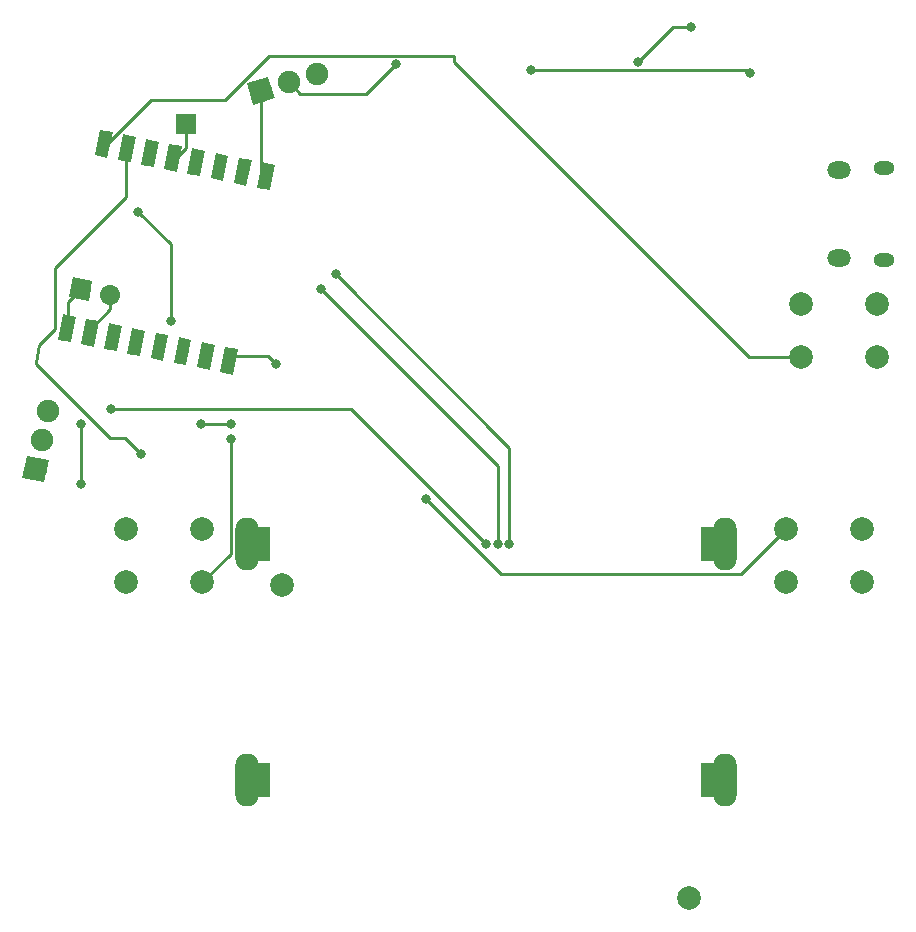
<source format=gbr>
G04 #@! TF.GenerationSoftware,KiCad,Pcbnew,(5.0.0-3-g5ebb6b6)*
G04 #@! TF.CreationDate,2019-03-29T08:56:02+01:00*
G04 #@! TF.ProjectId,Securityfest_2019_badge_beta,5365637572697479666573745F323031,rev?*
G04 #@! TF.SameCoordinates,Original*
G04 #@! TF.FileFunction,Copper,L2,Bot,Signal*
G04 #@! TF.FilePolarity,Positive*
%FSLAX46Y46*%
G04 Gerber Fmt 4.6, Leading zero omitted, Abs format (unit mm)*
G04 Created by KiCad (PCBNEW (5.0.0-3-g5ebb6b6)) date 2019 March 29, Friday 08:56:02*
%MOMM*%
%LPD*%
G01*
G04 APERTURE LIST*
G04 #@! TA.AperFunction,SMDPad,CuDef*
%ADD10C,1.100000*%
G04 #@! TD*
G04 #@! TA.AperFunction,Conductor*
%ADD11C,0.100000*%
G04 #@! TD*
G04 #@! TA.AperFunction,ComponentPad*
%ADD12C,2.000000*%
G04 #@! TD*
G04 #@! TA.AperFunction,ComponentPad*
%ADD13R,1.700000X1.700000*%
G04 #@! TD*
G04 #@! TA.AperFunction,ComponentPad*
%ADD14C,1.700000*%
G04 #@! TD*
G04 #@! TA.AperFunction,Conductor*
%ADD15C,1.700000*%
G04 #@! TD*
G04 #@! TA.AperFunction,ComponentPad*
%ADD16O,1.800000X1.150000*%
G04 #@! TD*
G04 #@! TA.AperFunction,ComponentPad*
%ADD17O,2.000000X1.450000*%
G04 #@! TD*
G04 #@! TA.AperFunction,ComponentPad*
%ADD18C,1.900000*%
G04 #@! TD*
G04 #@! TA.AperFunction,ViaPad*
%ADD19C,2.000000*%
G04 #@! TD*
G04 #@! TA.AperFunction,SMDPad,CuDef*
%ADD20R,1.500000X3.000000*%
G04 #@! TD*
G04 #@! TA.AperFunction,WasherPad*
%ADD21O,2.000000X4.500000*%
G04 #@! TD*
G04 #@! TA.AperFunction,ViaPad*
%ADD22C,0.800000*%
G04 #@! TD*
G04 #@! TA.AperFunction,Conductor*
%ADD23C,0.250000*%
G04 #@! TD*
G04 APERTURE END LIST*
D10*
G04 #@! TO.P,U4,1*
G04 #@! TO.N,Net-(SW3-Pad2)*
X120047580Y-56278496D03*
D11*
G04 #@! TD*
G04 #@! TO.N,Net-(SW3-Pad2)*
G04 #@! TO.C,U4*
G36*
X119723783Y-55092049D02*
X120802459Y-55307590D01*
X120371377Y-57464943D01*
X119292701Y-57249402D01*
X119723783Y-55092049D01*
X119723783Y-55092049D01*
G37*
D10*
G04 #@! TO.P,U4,2*
G04 #@! TO.N,Net-(R6-Pad1)*
X122008809Y-56670388D03*
D11*
G04 #@! TD*
G04 #@! TO.N,Net-(R6-Pad1)*
G04 #@! TO.C,U4*
G36*
X121685012Y-55483941D02*
X122763688Y-55699482D01*
X122332606Y-57856835D01*
X121253930Y-57641294D01*
X121685012Y-55483941D01*
X121685012Y-55483941D01*
G37*
D10*
G04 #@! TO.P,U4,3*
G04 #@! TO.N,Net-(R8-Pad1)*
X123970039Y-57062280D03*
D11*
G04 #@! TD*
G04 #@! TO.N,Net-(R8-Pad1)*
G04 #@! TO.C,U4*
G36*
X123646242Y-55875833D02*
X124724918Y-56091374D01*
X124293836Y-58248727D01*
X123215160Y-58033186D01*
X123646242Y-55875833D01*
X123646242Y-55875833D01*
G37*
D10*
G04 #@! TO.P,U4,4*
G04 #@! TO.N,Net-(J3-Pad1)*
X125931268Y-57454173D03*
D11*
G04 #@! TD*
G04 #@! TO.N,Net-(J3-Pad1)*
G04 #@! TO.C,U4*
G36*
X125607471Y-56267726D02*
X126686147Y-56483267D01*
X126255065Y-58640620D01*
X125176389Y-58425079D01*
X125607471Y-56267726D01*
X125607471Y-56267726D01*
G37*
D10*
G04 #@! TO.P,U4,5*
G04 #@! TO.N,Net-(R9-Pad1)*
X127892497Y-57846065D03*
D11*
G04 #@! TD*
G04 #@! TO.N,Net-(R9-Pad1)*
G04 #@! TO.C,U4*
G36*
X127568700Y-56659618D02*
X128647376Y-56875159D01*
X128216294Y-59032512D01*
X127137618Y-58816971D01*
X127568700Y-56659618D01*
X127568700Y-56659618D01*
G37*
D10*
G04 #@! TO.P,U4,6*
G04 #@! TO.N,Net-(R10-Pad1)*
X129853727Y-58237957D03*
D11*
G04 #@! TD*
G04 #@! TO.N,Net-(R10-Pad1)*
G04 #@! TO.C,U4*
G36*
X129529930Y-57051510D02*
X130608606Y-57267051D01*
X130177524Y-59424404D01*
X129098848Y-59208863D01*
X129529930Y-57051510D01*
X129529930Y-57051510D01*
G37*
D10*
G04 #@! TO.P,U4,7*
G04 #@! TO.N,Net-(R11-Pad1)*
X131814956Y-58629850D03*
D11*
G04 #@! TD*
G04 #@! TO.N,Net-(R11-Pad1)*
G04 #@! TO.C,U4*
G36*
X131491159Y-57443403D02*
X132569835Y-57658944D01*
X132138753Y-59816297D01*
X131060077Y-59600756D01*
X131491159Y-57443403D01*
X131491159Y-57443403D01*
G37*
D10*
G04 #@! TO.P,U4,8*
G04 #@! TO.N,+3V3*
X133776185Y-59021742D03*
D11*
G04 #@! TD*
G04 #@! TO.N,+3V3*
G04 #@! TO.C,U4*
G36*
X133452388Y-57835295D02*
X134531064Y-58050836D01*
X134099982Y-60208189D01*
X133021306Y-59992648D01*
X133452388Y-57835295D01*
X133452388Y-57835295D01*
G37*
D10*
G04 #@! TO.P,U4,15*
G04 #@! TO.N,GND*
X130656723Y-74633127D03*
D11*
G04 #@! TD*
G04 #@! TO.N,GND*
G04 #@! TO.C,U4*
G36*
X130332926Y-73446680D02*
X131411602Y-73662221D01*
X130980520Y-75819574D01*
X129901844Y-75604033D01*
X130332926Y-73446680D01*
X130332926Y-73446680D01*
G37*
D10*
G04 #@! TO.P,U4,16*
G04 #@! TO.N,Net-(R16-Pad2)*
X128695493Y-74241235D03*
D11*
G04 #@! TD*
G04 #@! TO.N,Net-(R16-Pad2)*
G04 #@! TO.C,U4*
G36*
X128371696Y-73054788D02*
X129450372Y-73270329D01*
X129019290Y-75427682D01*
X127940614Y-75212141D01*
X128371696Y-73054788D01*
X128371696Y-73054788D01*
G37*
D10*
G04 #@! TO.P,U4,17*
G04 #@! TO.N,Net-(R15-Pad2)*
X126734264Y-73849343D03*
D11*
G04 #@! TD*
G04 #@! TO.N,Net-(R15-Pad2)*
G04 #@! TO.C,U4*
G36*
X126410467Y-72662896D02*
X127489143Y-72878437D01*
X127058061Y-75035790D01*
X125979385Y-74820249D01*
X126410467Y-72662896D01*
X126410467Y-72662896D01*
G37*
D10*
G04 #@! TO.P,U4,18*
G04 #@! TO.N,Net-(R14-Pad2)*
X124773035Y-73457450D03*
D11*
G04 #@! TD*
G04 #@! TO.N,Net-(R14-Pad2)*
G04 #@! TO.C,U4*
G36*
X124449238Y-72271003D02*
X125527914Y-72486544D01*
X125096832Y-74643897D01*
X124018156Y-74428356D01*
X124449238Y-72271003D01*
X124449238Y-72271003D01*
G37*
D10*
G04 #@! TO.P,U4,19*
G04 #@! TO.N,Net-(R13-Pad2)*
X122811805Y-73065558D03*
D11*
G04 #@! TD*
G04 #@! TO.N,Net-(R13-Pad2)*
G04 #@! TO.C,U4*
G36*
X122488008Y-71879111D02*
X123566684Y-72094652D01*
X123135602Y-74252005D01*
X122056926Y-74036464D01*
X122488008Y-71879111D01*
X122488008Y-71879111D01*
G37*
D10*
G04 #@! TO.P,U4,20*
G04 #@! TO.N,Net-(R12-Pad2)*
X120850576Y-72673666D03*
D11*
G04 #@! TD*
G04 #@! TO.N,Net-(R12-Pad2)*
G04 #@! TO.C,U4*
G36*
X120526779Y-71487219D02*
X121605455Y-71702760D01*
X121174373Y-73860113D01*
X120095697Y-73644572D01*
X120526779Y-71487219D01*
X120526779Y-71487219D01*
G37*
D10*
G04 #@! TO.P,U4,21*
G04 #@! TO.N,Net-(J4-Pad2)*
X118889347Y-72281772D03*
D11*
G04 #@! TD*
G04 #@! TO.N,Net-(J4-Pad2)*
G04 #@! TO.C,U4*
G36*
X118565550Y-71095325D02*
X119644226Y-71310866D01*
X119213144Y-73468219D01*
X118134468Y-73252678D01*
X118565550Y-71095325D01*
X118565550Y-71095325D01*
G37*
D10*
G04 #@! TO.P,U4,22*
G04 #@! TO.N,Net-(J4-Pad1)*
X116928117Y-71889881D03*
D11*
G04 #@! TD*
G04 #@! TO.N,Net-(J4-Pad1)*
G04 #@! TO.C,U4*
G36*
X116604320Y-70703434D02*
X117682996Y-70918975D01*
X117251914Y-73076328D01*
X116173238Y-72860787D01*
X116604320Y-70703434D01*
X116604320Y-70703434D01*
G37*
D12*
G04 #@! TO.P,SW3,1*
G04 #@! TO.N,GND*
X185570000Y-69850000D03*
G04 #@! TO.P,SW3,2*
G04 #@! TO.N,Net-(SW3-Pad2)*
X185570000Y-74350000D03*
G04 #@! TO.P,SW3,1*
G04 #@! TO.N,GND*
X179070000Y-69850000D03*
G04 #@! TO.P,SW3,2*
G04 #@! TO.N,Net-(SW3-Pad2)*
X179070000Y-74350000D03*
G04 #@! TD*
D13*
G04 #@! TO.P,GPIO16,1*
G04 #@! TO.N,Net-(J3-Pad1)*
X127000000Y-54610000D03*
G04 #@! TD*
D14*
G04 #@! TO.P,TX/RX,1*
G04 #@! TO.N,Net-(J4-Pad1)*
X118110000Y-68580000D03*
D11*
G04 #@! TD*
G04 #@! TO.N,Net-(J4-Pad1)*
G04 #@! TO.C,TX/RX*
G36*
X117113429Y-69252195D02*
X117437805Y-67583429D01*
X119106571Y-67907805D01*
X118782195Y-69576571D01*
X117113429Y-69252195D01*
X117113429Y-69252195D01*
G37*
D14*
G04 #@! TO.P,TX/RX,2*
G04 #@! TO.N,Net-(J4-Pad2)*
X120603333Y-69064655D03*
D15*
G04 #@! TD*
G04 #@! TO.N,Net-(J4-Pad2)*
G04 #@! TO.C,TX/RX*
X120603333Y-69064655D02*
X120603333Y-69064655D01*
D16*
G04 #@! TO.P,J1,6*
G04 #@! TO.N,N/C*
X186100000Y-58355000D03*
X186100000Y-66105000D03*
D17*
X182300000Y-58505000D03*
X182300000Y-65955000D03*
G04 #@! TD*
D18*
G04 #@! TO.P,S1,1*
G04 #@! TO.N,+3V3*
X133350000Y-51800000D03*
D11*
G04 #@! TD*
G04 #@! TO.N,+3V3*
G04 #@! TO.C,S1*
G36*
X132719264Y-52986243D02*
X132163757Y-51169264D01*
X133980736Y-50613757D01*
X134536243Y-52430736D01*
X132719264Y-52986243D01*
X132719264Y-52986243D01*
G37*
D18*
G04 #@! TO.P,S1,2*
G04 #@! TO.N,/3.3V*
X135740762Y-51069071D03*
G04 #@! TO.P,S1,3*
G04 #@! TO.N,Net-(S1-Pad3)*
X138131524Y-50338141D03*
G04 #@! TD*
G04 #@! TO.P,S2,3*
G04 #@! TO.N,GND*
X115339558Y-78929262D03*
G04 #@! TO.P,S2,2*
G04 #@! TO.N,Net-(R14-Pad1)*
X114819779Y-81374631D03*
G04 #@! TO.P,S2,1*
G04 #@! TO.N,+3V3*
X114300000Y-83820000D03*
D11*
G04 #@! TD*
G04 #@! TO.N,+3V3*
G04 #@! TO.C,S2*
G36*
X115031724Y-84946756D02*
X113173244Y-84551724D01*
X113568276Y-82693244D01*
X115426756Y-83088276D01*
X115031724Y-84946756D01*
X115031724Y-84946756D01*
G37*
D12*
G04 #@! TO.P,SW1,1*
G04 #@! TO.N,Net-(R6-Pad1)*
X128420000Y-88900000D03*
G04 #@! TO.P,SW1,2*
G04 #@! TO.N,Net-(R4-Pad2)*
X128420000Y-93400000D03*
G04 #@! TO.P,SW1,1*
G04 #@! TO.N,Net-(R6-Pad1)*
X121920000Y-88900000D03*
G04 #@! TO.P,SW1,2*
G04 #@! TO.N,Net-(R4-Pad2)*
X121920000Y-93400000D03*
G04 #@! TD*
G04 #@! TO.P,SW2,2*
G04 #@! TO.N,Net-(R5-Pad2)*
X177800000Y-93400000D03*
G04 #@! TO.P,SW2,1*
G04 #@! TO.N,Net-(R6-Pad1)*
X177800000Y-88900000D03*
G04 #@! TO.P,SW2,2*
G04 #@! TO.N,Net-(R5-Pad2)*
X184300000Y-93400000D03*
G04 #@! TO.P,SW2,1*
G04 #@! TO.N,Net-(R6-Pad1)*
X184300000Y-88900000D03*
G04 #@! TD*
D19*
G04 #@! TO.N,*
G04 #@! TO.C,U3*
X169650000Y-120130000D03*
D20*
G04 #@! TD*
G04 #@! TO.P,U3,*
G04 #@! TO.N,*
X171400000Y-90130000D03*
G04 #@! TO.P,U3,*
G04 #@! TO.N,*
X171400000Y-110130000D03*
X133400000Y-110130000D03*
X133400000Y-90130000D03*
D21*
X172650000Y-110130000D03*
X132150000Y-110130000D03*
X172650000Y-90130000D03*
X132150000Y-90130000D03*
D19*
G04 #@! TD*
G04 #@! TO.N,*
G04 #@! TO.C,U3*
X135150000Y-93630000D03*
D22*
G04 #@! TO.N,Net-(C1-Pad2)*
X156210000Y-50065000D03*
X174767817Y-50307817D03*
G04 #@! TO.N,GND*
X134620000Y-74930000D03*
X130727263Y-74280106D03*
X165290000Y-49340000D03*
X169811067Y-46350934D03*
G04 #@! TO.N,/3.3V*
X144780000Y-49530000D03*
G04 #@! TO.N,+3V3*
X128270000Y-80010000D03*
X130810000Y-80010000D03*
X133705645Y-59374763D03*
X125730000Y-71259469D03*
X122974459Y-62038676D03*
G04 #@! TO.N,Net-(R4-Pad2)*
X130810000Y-81280000D03*
X128420000Y-93400000D03*
G04 #@! TO.N,Net-(R6-Pad1)*
X123190000Y-82550000D03*
X147320000Y-86360000D03*
X177800000Y-88900000D03*
G04 #@! TO.N,Net-(R8-Pad1)*
X123899498Y-57415302D03*
G04 #@! TO.N,Net-(R9-Pad1)*
X127821957Y-58199086D03*
G04 #@! TO.N,Net-(R10-Pad1)*
X129783186Y-58590979D03*
G04 #@! TO.N,Net-(R10-Pad2)*
X138430000Y-68580000D03*
X153400000Y-90130000D03*
G04 #@! TO.N,Net-(R11-Pad2)*
X139700000Y-67310000D03*
X154400000Y-90130000D03*
G04 #@! TO.N,Net-(R11-Pad1)*
X131744415Y-58982871D03*
G04 #@! TO.N,Net-(R12-Pad1)*
X120650000Y-78740000D03*
X152400000Y-90130000D03*
G04 #@! TO.N,Net-(R12-Pad2)*
X120921117Y-72320644D03*
G04 #@! TO.N,Net-(R13-Pad2)*
X122882346Y-72712537D03*
G04 #@! TO.N,Net-(R13-Pad1)*
X118110000Y-85090000D03*
X118110000Y-80010000D03*
G04 #@! TO.N,Net-(R14-Pad2)*
X124843575Y-73104429D03*
G04 #@! TO.N,Net-(R15-Pad2)*
X126804805Y-73496321D03*
G04 #@! TO.N,Net-(R16-Pad2)*
X128766034Y-73888214D03*
G04 #@! TO.N,Net-(SW3-Pad2)*
X179070000Y-74350000D03*
G04 #@! TD*
D23*
G04 #@! TO.N,Net-(C1-Pad2)*
X174525000Y-50065000D02*
X174767817Y-50307817D01*
X156210000Y-50065000D02*
X174525000Y-50065000D01*
G04 #@! TO.N,GND*
X133970106Y-74280106D02*
X130727263Y-74280106D01*
X134620000Y-74930000D02*
X133970106Y-74280106D01*
X168279066Y-46350934D02*
X169811067Y-46350934D01*
X166370000Y-48260000D02*
X168279066Y-46350934D01*
X166370000Y-48260000D02*
X165290000Y-49340000D01*
G04 #@! TO.N,/3.3V*
X136690761Y-52019070D02*
X142290930Y-52019070D01*
X142290930Y-52019070D02*
X144780000Y-49530000D01*
X135740762Y-51069071D02*
X136690761Y-52019070D01*
G04 #@! TO.N,Net-(J3-Pad1)*
X126325000Y-54610000D02*
X127000000Y-54610000D01*
X127000000Y-56667921D02*
X125860727Y-57807194D01*
X127000000Y-54610000D02*
X127000000Y-56667921D01*
G04 #@! TO.N,Net-(J4-Pad1)*
X116840000Y-71695518D02*
X116998658Y-71536860D01*
X116998658Y-69691342D02*
X118110000Y-68580000D01*
X116998658Y-71536860D02*
X116998658Y-69691342D01*
G04 #@! TO.N,Net-(J4-Pad2)*
X120603333Y-70285306D02*
X120603333Y-69064655D01*
X118959887Y-71928752D02*
X120603333Y-70285306D01*
G04 #@! TO.N,+3V3*
X133350000Y-59019118D02*
X133705645Y-59374763D01*
X133350000Y-51800000D02*
X133350000Y-59019118D01*
X128270000Y-80010000D02*
X130810000Y-80010000D01*
X125730000Y-64794217D02*
X122974459Y-62038676D01*
X125730000Y-71259469D02*
X125730000Y-64794217D01*
G04 #@! TO.N,Net-(R4-Pad2)*
X130810000Y-91010000D02*
X128420000Y-93400000D01*
X130810000Y-81280000D02*
X130810000Y-91010000D01*
G04 #@! TO.N,Net-(R6-Pad1)*
X176800001Y-89899999D02*
X177800000Y-88900000D01*
X173994990Y-92705010D02*
X176800001Y-89899999D01*
X153665010Y-92705010D02*
X173994990Y-92705010D01*
X147320000Y-86360000D02*
X153665010Y-92705010D01*
X121938269Y-60805171D02*
X121938269Y-58398119D01*
X115938408Y-66805032D02*
X121938269Y-60805171D01*
X115938408Y-71960700D02*
X115938408Y-66805032D01*
X114300000Y-74754934D02*
X114600096Y-73299012D01*
X114300000Y-74930000D02*
X114300000Y-74754934D01*
X114600096Y-73299012D02*
X115938408Y-71960700D01*
X120552096Y-81182096D02*
X114300000Y-74930000D01*
X121938269Y-58398119D02*
X121938269Y-57023409D01*
X121822096Y-81182096D02*
X120552096Y-81182096D01*
X123190000Y-82550000D02*
X121822096Y-81182096D01*
G04 #@! TO.N,Net-(R10-Pad2)*
X153400000Y-83550000D02*
X153400000Y-90130000D01*
X138430000Y-68580000D02*
X153400000Y-83550000D01*
G04 #@! TO.N,Net-(R11-Pad2)*
X154400000Y-82010000D02*
X154400000Y-90130000D01*
X139700000Y-67310000D02*
X154400000Y-82010000D01*
G04 #@! TO.N,Net-(R12-Pad1)*
X141010000Y-78740000D02*
X152400000Y-90130000D01*
X120650000Y-78740000D02*
X141010000Y-78740000D01*
G04 #@! TO.N,Net-(R13-Pad1)*
X118110000Y-85090000D02*
X118110000Y-80010000D01*
G04 #@! TO.N,Net-(SW3-Pad2)*
X134068387Y-48804999D02*
X149714999Y-48804999D01*
X130308025Y-52565361D02*
X134068387Y-48804999D01*
X124043195Y-52565361D02*
X130308025Y-52565361D01*
X119977039Y-56631517D02*
X124043195Y-52565361D01*
X179070000Y-74350000D02*
X174680000Y-74350000D01*
X149714999Y-49384999D02*
X149714999Y-48804999D01*
X174680000Y-74350000D02*
X149714999Y-49384999D01*
G04 #@! TD*
M02*

</source>
